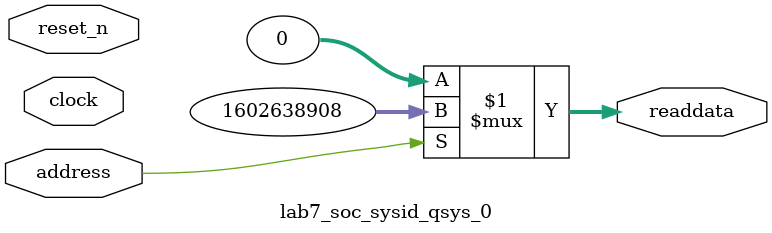
<source format=v>



// synthesis translate_off
`timescale 1ns / 1ps
// synthesis translate_on

// turn off superfluous verilog processor warnings 
// altera message_level Level1 
// altera message_off 10034 10035 10036 10037 10230 10240 10030 

module lab7_soc_sysid_qsys_0 (
               // inputs:
                address,
                clock,
                reset_n,

               // outputs:
                readdata
             )
;

  output  [ 31: 0] readdata;
  input            address;
  input            clock;
  input            reset_n;

  wire    [ 31: 0] readdata;
  //control_slave, which is an e_avalon_slave
  assign readdata = address ? 1602638908 : 0;

endmodule



</source>
